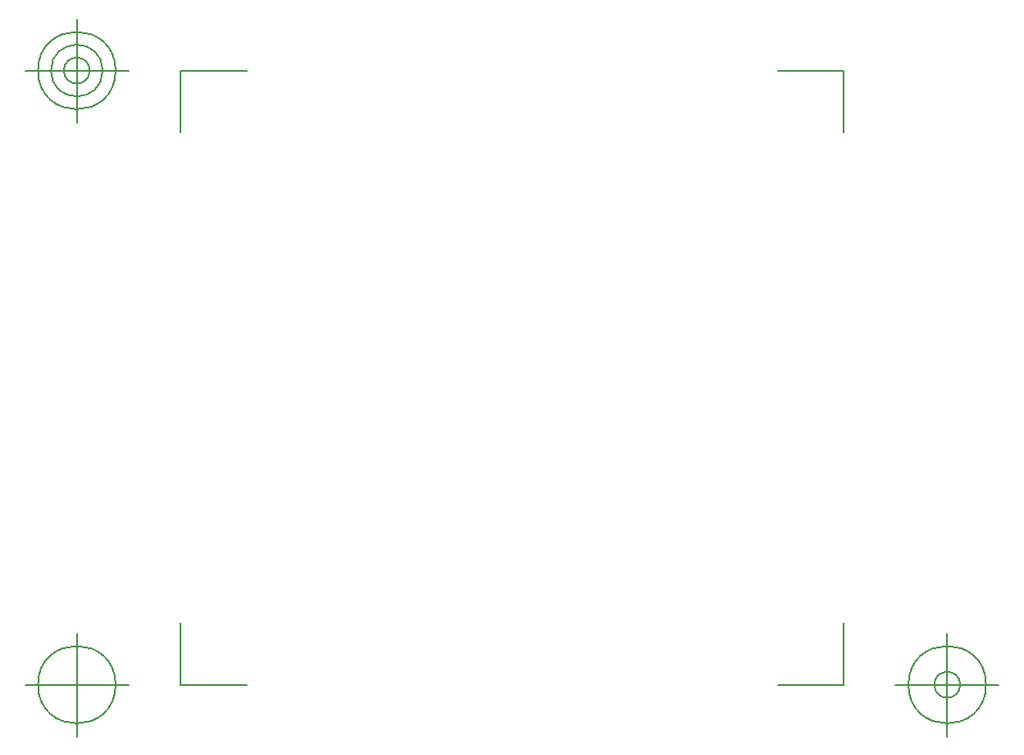
<source format=gbr>
G04 Generated by Ultiboard 11.0 *
%FSLAX25Y25*%
%MOIN*%

%ADD10C,0.00500*%


G04 ColorRGB FF14FF for the following layer *
%LNSilkscreen Bottom*%
%LPD*%
%FSLAX25Y25*%
%MOIN*%
G54D10*
X2500Y-1500D02*
X2500Y21900D01*
X2500Y-1500D02*
X27750Y-1500D01*
X255000Y-1500D02*
X229750Y-1500D01*
X255000Y-1500D02*
X255000Y21900D01*
X255000Y232500D02*
X255000Y209100D01*
X255000Y232500D02*
X229750Y232500D01*
X2500Y232500D02*
X27750Y232500D01*
X2500Y232500D02*
X2500Y209100D01*
X-17185Y-1500D02*
X-56555Y-1500D01*
X-36870Y-21185D02*
X-36870Y18185D01*
X-51634Y-1500D02*
G75*
D01*
G02X-51634Y-1500I14764J0*
G01*
X274685Y-1500D02*
X314055Y-1500D01*
X294370Y-21185D02*
X294370Y18185D01*
X279606Y-1500D02*
G75*
D01*
G02X279606Y-1500I14764J0*
G01*
X289449Y-1500D02*
G75*
D01*
G02X289449Y-1500I4921J0*
G01*
X-17185Y232500D02*
X-56555Y232500D01*
X-36870Y212815D02*
X-36870Y252185D01*
X-51634Y232500D02*
G75*
D01*
G02X-51634Y232500I14764J0*
G01*
X-46713Y232500D02*
G75*
D01*
G02X-46713Y232500I9843J0*
G01*
X-41791Y232500D02*
G75*
D01*
G02X-41791Y232500I4921J0*
G01*

M00*

</source>
